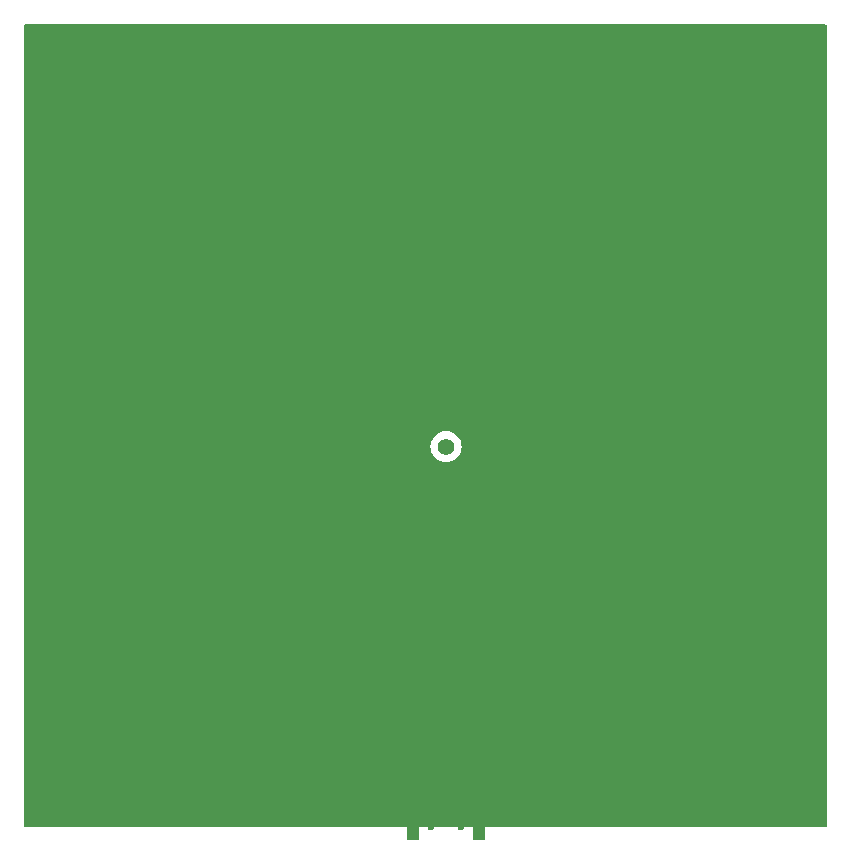
<source format=gtl>
G04 #@! TF.GenerationSoftware,KiCad,Pcbnew,8.0.2*
G04 #@! TF.CreationDate,2024-05-21T10:32:01-06:00*
G04 #@! TF.ProjectId,Patch_Antenna,50617463-685f-4416-9e74-656e6e612e6b,rev?*
G04 #@! TF.SameCoordinates,Original*
G04 #@! TF.FileFunction,Copper,L1,Top*
G04 #@! TF.FilePolarity,Positive*
%FSLAX46Y46*%
G04 Gerber Fmt 4.6, Leading zero omitted, Abs format (unit mm)*
G04 Created by KiCad (PCBNEW 8.0.2) date 2024-05-21 10:32:01*
%MOMM*%
%LPD*%
G01*
G04 APERTURE LIST*
G04 #@! TA.AperFunction,ComponentPad*
%ADD10C,1.422400*%
G04 #@! TD*
G04 #@! TA.AperFunction,SMDPad,CuDef*
%ADD11R,1.000000X4.560000*%
G04 #@! TD*
G04 #@! TA.AperFunction,ViaPad*
%ADD12C,0.600000*%
G04 #@! TD*
G04 APERTURE END LIST*
D10*
X136750000Y-96750000D03*
D11*
X139519250Y-127741500D03*
X133979250Y-127741500D03*
D12*
X102000000Y-66500000D03*
X109000000Y-116500000D03*
X147000000Y-116500000D03*
X135500000Y-120000000D03*
X168000000Y-86500000D03*
X135500000Y-123000000D03*
X154000000Y-111500000D03*
X116000000Y-71500000D03*
X109000000Y-96500000D03*
X130000000Y-71500000D03*
X135500000Y-107000000D03*
X109000000Y-76500000D03*
X138000000Y-104000000D03*
X135500000Y-99000000D03*
X154000000Y-71500000D03*
X138600000Y-97100000D03*
X102000000Y-71500000D03*
X123000000Y-76500000D03*
X168000000Y-101500000D03*
X135500000Y-105000000D03*
X116000000Y-91500000D03*
X135000000Y-62000000D03*
X138000000Y-123000000D03*
X168000000Y-126500000D03*
X135500000Y-111000000D03*
X138200000Y-98000000D03*
X138000000Y-102000000D03*
X147000000Y-76500000D03*
X138000000Y-122000000D03*
X102000000Y-91500000D03*
X135500000Y-121000000D03*
X135500000Y-104000000D03*
X123000000Y-62000000D03*
X168000000Y-116500000D03*
X135300000Y-95300000D03*
X135500000Y-112000000D03*
X168000000Y-96500000D03*
X154000000Y-126500000D03*
X138000000Y-118000000D03*
X135500000Y-124000000D03*
X135500000Y-114000000D03*
X138000000Y-112000000D03*
X109000000Y-126500000D03*
X102000000Y-96500000D03*
X137300000Y-94800000D03*
X138000000Y-114000000D03*
X135000000Y-76500000D03*
X161000000Y-76500000D03*
X102000000Y-126500000D03*
X138000000Y-124000000D03*
X161000000Y-116500000D03*
X135500000Y-103000000D03*
X140000000Y-71500000D03*
X109000000Y-106500000D03*
X138000000Y-101000000D03*
X138000000Y-113000000D03*
X116000000Y-126500000D03*
X138000000Y-110000000D03*
X135500000Y-117000000D03*
X135500000Y-116000000D03*
X138000000Y-109000000D03*
X168000000Y-81500000D03*
X161000000Y-106500000D03*
X138000000Y-111000000D03*
X135500000Y-100000000D03*
X109000000Y-66500000D03*
X138000000Y-99000000D03*
X135300000Y-98000000D03*
X168000000Y-66500000D03*
X135500000Y-125000000D03*
X138100000Y-95300000D03*
X147000000Y-66500000D03*
X102000000Y-111500000D03*
X135500000Y-118000000D03*
X138000000Y-103000000D03*
X138000000Y-117000000D03*
X116000000Y-111500000D03*
X102000000Y-81500000D03*
X168000000Y-106500000D03*
X135500000Y-128000000D03*
X168000000Y-62000000D03*
X161000000Y-96500000D03*
X168000000Y-76500000D03*
X161000000Y-62000000D03*
X102000000Y-62000000D03*
X138000000Y-100000000D03*
X135500000Y-119000000D03*
X138000000Y-115000000D03*
X138000000Y-106000000D03*
X116000000Y-81500000D03*
X135500000Y-102000000D03*
X116000000Y-121500000D03*
X134900000Y-97100000D03*
X154000000Y-62000000D03*
X102000000Y-106500000D03*
X134900000Y-96200000D03*
X161000000Y-126500000D03*
X102000000Y-76500000D03*
X116000000Y-62000000D03*
X138000000Y-121000000D03*
X138000000Y-107000000D03*
X123000000Y-116500000D03*
X135500000Y-113000000D03*
X136200000Y-94800000D03*
X135500000Y-108000000D03*
X138000000Y-108000000D03*
X154000000Y-121500000D03*
X138000000Y-120000000D03*
X161000000Y-66500000D03*
X135500000Y-126000000D03*
X138000000Y-126000000D03*
X135000000Y-66500000D03*
X135500000Y-115000000D03*
X102000000Y-101500000D03*
X168000000Y-71500000D03*
X102000000Y-116500000D03*
X154000000Y-91500000D03*
X168000000Y-121500000D03*
X135500000Y-106000000D03*
X161000000Y-86500000D03*
X138600000Y-96200000D03*
X140000000Y-62000000D03*
X154000000Y-101500000D03*
X135500000Y-101000000D03*
X135500000Y-129000000D03*
X138000000Y-105000000D03*
X147000000Y-62000000D03*
X109000000Y-62000000D03*
X138000000Y-125000000D03*
X135500000Y-122000000D03*
X135500000Y-127000000D03*
X138000000Y-128000000D03*
X138000000Y-129000000D03*
X130000000Y-62000000D03*
X154000000Y-81500000D03*
X102000000Y-86500000D03*
X138000000Y-127000000D03*
X138000000Y-116000000D03*
X109000000Y-86500000D03*
X102000000Y-121500000D03*
X116000000Y-101500000D03*
X123000000Y-66500000D03*
X135500000Y-110000000D03*
X168000000Y-91500000D03*
X168000000Y-111500000D03*
X135500000Y-109000000D03*
X123000000Y-126500000D03*
X138000000Y-119000000D03*
X147000000Y-126500000D03*
G04 #@! TA.AperFunction,Conductor*
G36*
X168943039Y-61019685D02*
G01*
X168988794Y-61072489D01*
X169000000Y-61124000D01*
X169000000Y-128876000D01*
X168980315Y-128943039D01*
X168927511Y-128988794D01*
X168876000Y-129000000D01*
X101124000Y-129000000D01*
X101056961Y-128980315D01*
X101011206Y-128927511D01*
X101000000Y-128876000D01*
X101000000Y-96749999D01*
X135433290Y-96749999D01*
X135433290Y-96750000D01*
X135453293Y-96978639D01*
X135453295Y-96978649D01*
X135512694Y-97200333D01*
X135512696Y-97200337D01*
X135512697Y-97200341D01*
X135561196Y-97304348D01*
X135609695Y-97408354D01*
X135609696Y-97408356D01*
X135741338Y-97596360D01*
X135741343Y-97596366D01*
X135903633Y-97758656D01*
X135903639Y-97758661D01*
X136091643Y-97890303D01*
X136091645Y-97890304D01*
X136299659Y-97987303D01*
X136521356Y-98046706D01*
X136704271Y-98062709D01*
X136749999Y-98066710D01*
X136750000Y-98066710D01*
X136750001Y-98066710D01*
X136788107Y-98063376D01*
X136978644Y-98046706D01*
X137200341Y-97987303D01*
X137408355Y-97890304D01*
X137596365Y-97758658D01*
X137758658Y-97596365D01*
X137890304Y-97408355D01*
X137987303Y-97200341D01*
X138046706Y-96978644D01*
X138066710Y-96750000D01*
X138046706Y-96521356D01*
X137987303Y-96299659D01*
X137890304Y-96091645D01*
X137758658Y-95903635D01*
X137596365Y-95741342D01*
X137596363Y-95741341D01*
X137596360Y-95741338D01*
X137408356Y-95609696D01*
X137408354Y-95609695D01*
X137304348Y-95561196D01*
X137200341Y-95512697D01*
X137200337Y-95512696D01*
X137200333Y-95512694D01*
X136978649Y-95453295D01*
X136978639Y-95453293D01*
X136750001Y-95433290D01*
X136749999Y-95433290D01*
X136521360Y-95453293D01*
X136521350Y-95453295D01*
X136299666Y-95512694D01*
X136299657Y-95512698D01*
X136091645Y-95609695D01*
X136091643Y-95609696D01*
X135903639Y-95741338D01*
X135903633Y-95741343D01*
X135741343Y-95903633D01*
X135741338Y-95903639D01*
X135609696Y-96091643D01*
X135609695Y-96091645D01*
X135512698Y-96299657D01*
X135512694Y-96299666D01*
X135453295Y-96521350D01*
X135453293Y-96521360D01*
X135433290Y-96749999D01*
X101000000Y-96749999D01*
X101000000Y-61124000D01*
X101019685Y-61056961D01*
X101072489Y-61011206D01*
X101124000Y-61000000D01*
X168876000Y-61000000D01*
X168943039Y-61019685D01*
G37*
G04 #@! TD.AperFunction*
M02*

</source>
